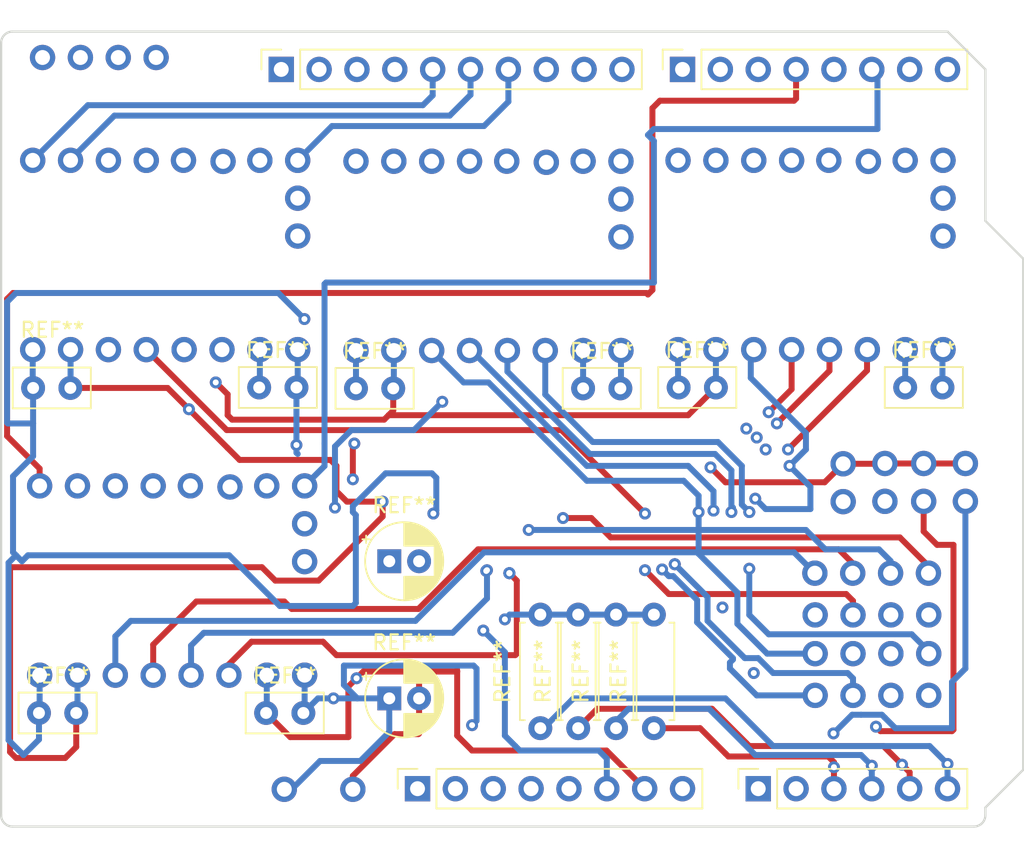
<source format=kicad_pcb>
(kicad_pcb (version 20211014) (generator pcbnew)
  (title_block (date "mar. 31 mars 2015"))
  (layers (0 "F.Cu" signal) (1 "In1.Cu" signal) (2 "In2.Cu" signal) (31 "B.Cu" signal) (34 "B.Paste" user) (35 "F.Paste" user) (36 "B.SilkS" user "B.Silkscreen") (37 "F.SilkS" user "F.Silkscreen") (38 "B.Mask" user) (39 "F.Mask" user) (44 "Edge.Cuts" user))
  (net 0 "")
  (net 1 "GND")
  (net 3 "+5V")
  (net 4 "/IOREF")
  (net 5 "/A0")
  (net 6 "/A1")
  (net 7 "/A2")
  (net 8 "/A3")
  (net 9 "/SDA{slash}A4")
  (net 10 "/SCL{slash}A5")
  (net 11 "/13")
  (net 12 "/12")
  (net 13 "/AREF")
  (net 14 "/8")
  (net 15 "/7")
  (net 16 "/*11")
  (net 17 "/*10")
  (net 18 "/*9")
  (net 19 "/4")
  (net 20 "/2")
  (net 21 "/*6")
  (net 22 "/*5")
  (net 23 "/TX{slash}1")
  (net 24 "/*3")
  (net 25 "/RX{slash}0")
  (net 26 "+3V3")
  (net 27 "VCC")
  (net 28 "/~{RESET}")
  (footprint "Connector_PinSocket_2.54mm:PinSocket_1x08_P2.54mm_Vertical" (layer "F.Cu") (at 127.94 97.46 90)
    (fp_text reference "J1" hide)
    (fp_text value "Power")
  )
  (footprint "Connector_PinSocket_2.54mm:PinSocket_1x06_P2.54mm_Vertical" (layer "F.Cu") (at 150.8 97.46 90)
    (fp_text reference "J3" hide)
    (fp_text value "Analog")
  )
  (footprint "Connector_PinSocket_2.54mm:PinSocket_1x10_P2.54mm_Vertical" (layer "F.Cu") (at 118.796 49.2 90)
    (fp_text reference "J2" hide)
    (fp_text value "Digital/PWM")
  )
  (footprint "Connector_PinSocket_2.54mm:PinSocket_1x08_P2.54mm_Vertical" (layer "F.Cu") (at 145.72 49.2 90)
    (fp_text reference "J4" hide)
    (fp_text value "Digital/PWM")
  )
  (footprint "" (layer "F.Cu") (at 119.9 57.84 180)
    (fp_text reference "")
    (fp_text value "")
  )
  (footprint "" (layer "F.Cu") (at 133.97 68.06 180)
    (fp_text reference "")
    (fp_text value "")
  )
  (footprint "" (layer "F.Cu") (at 156.5 75.66 90)
    (fp_text reference "")
    (fp_text value "")
  )
  (footprint "" (layer "F.Cu") (at 133.925799 55.355827 180)
    (fp_text reference "")
    (fp_text value "")
  )
  (footprint "" (layer "F.Cu") (at 131.43 68.06 180)
    (fp_text reference "")
    (fp_text value "")
  )
  (footprint "" (layer "F.Cu") (at 104.66 68 180)
    (fp_text reference "")
    (fp_text value "")
  )
  (footprint "" (layer "F.Cu") (at 156.5 78.2 90)
    (fp_text reference "")
    (fp_text value "")
  )
  (footprint "" (layer "F.Cu") (at 117.824201 77.144173 180)
    (fp_text reference "")
    (fp_text value "")
  )
  (footprint "" (layer "F.Cu") (at 112.7 77.14 180)
    (fp_text reference "")
    (fp_text value "")
  )
  (footprint "" (layer "F.Cu") (at 158.19171 55.37171 180)
    (fp_text reference "")
    (fp_text value "")
  )
  (footprint "Capacitor_THT:C_Disc_D5.0mm_W2.5mm_P2.50mm" (layer "F.Cu") (at 139.05 70.6)
    (fp_text reference "REF**")
    (fp_text value "C")
  )
  (footprint "" (layer "F.Cu") (at 117.36 68 180)
    (fp_text reference "")
    (fp_text value "")
  )
  (footprint "" (layer "F.Cu") (at 147.96 55.3 180)
    (fp_text reference "")
    (fp_text value "")
  )
  (footprint "" (layer "F.Cu") (at 162.22 83)
    (fp_text reference "")
    (fp_text value "")
  )
  (footprint "" (layer "F.Cu") (at 147.96 68 180)
    (fp_text reference "")
    (fp_text value "")
  )
  (footprint "" (layer "F.Cu") (at 157.16 91.2)
    (fp_text reference "")
    (fp_text value "")
  )
  (footprint "" (layer "F.Cu") (at 105.124201 77.144173 180)
    (fp_text reference "")
    (fp_text value "")
  )
  (footprint "" (layer "F.Cu") (at 120.364201 82.224173 180)
    (fp_text reference "")
    (fp_text value "")
  )
  (footprint "" (layer "F.Cu") (at 139.05 68.06 180)
    (fp_text reference "")
    (fp_text value "")
  )
  (footprint "" (layer "F.Cu") (at 119.9 55.3 180)
    (fp_text reference "")
    (fp_text value "")
  )
  (footprint "" (layer "F.Cu") (at 150.5 68 180)
    (fp_text reference "")
    (fp_text value "")
  )
  (footprint "" (layer "F.Cu") (at 154.62 91.2)
    (fp_text reference "")
    (fp_text value "")
  )
  (footprint "" (layer "F.Cu") (at 157.14 83)
    (fp_text reference "")
    (fp_text value "")
  )
  (footprint "" (layer "F.Cu") (at 145.42 68 180)
    (fp_text reference "")
    (fp_text value "")
  )
  (footprint "" (layer "F.Cu") (at 163.2 68 180)
    (fp_text reference "")
    (fp_text value "")
  )
  (footprint "" (layer "F.Cu") (at 159.68 83)
    (fp_text reference "")
    (fp_text value "")
  )
  (footprint "" (layer "F.Cu") (at 150.5 55.3 180)
    (fp_text reference "")
    (fp_text value "")
  )
  (footprint "" (layer "F.Cu") (at 163.2 60.38 180)
    (fp_text reference "")
    (fp_text value "")
  )
  (footprint "" (layer "F.Cu") (at 123.81 55.36 180)
    (fp_text reference "")
    (fp_text value "")
  )
  (footprint "" (layer "F.Cu") (at 119.9 60.38 180)
    (fp_text reference "")
    (fp_text value "")
  )
  (footprint "Capacitor_THT:C_Disc_D5.0mm_W2.5mm_P2.50mm" (layer "F.Cu") (at 160.66 70.54)
    (fp_text reference "REF**")
    (fp_text value "C")
  )
  (footprint "Resistor_THT:R_Axial_DIN0207_L6.3mm_D2.5mm_P7.62mm_Horizontal" (layer "F.Cu") (at 143.8 93.4 90)
    (fp_text reference "REF**")
    (fp_text value "R 10K")
  )
  (footprint "" (layer "F.Cu") (at 126.35 68.06 180)
    (fp_text reference "")
    (fp_text value "")
  )
  (footprint "" (layer "F.Cu") (at 115.355911 77.215883 180)
    (fp_text reference "")
    (fp_text value "")
  )
  (footprint "" (layer "F.Cu") (at 109.74 55.3 180)
    (fp_text reference "")
    (fp_text value "")
  )
  (footprint "" (layer "F.Cu") (at 114.89171 55.37171 180)
    (fp_text reference "")
    (fp_text value "")
  )
  (footprint "" (layer "F.Cu") (at 141.59 68.06 180)
    (fp_text reference "")
    (fp_text value "")
  )
  (footprint "" (layer "F.Cu") (at 102.584201 77.144173 180)
    (fp_text reference "")
    (fp_text value "")
  )
  (footprint "" (layer "F.Cu") (at 164.7 78.18 90)
    (fp_text reference "")
    (fp_text value "")
  )
  (footprint "" (layer "F.Cu") (at 161.9 78.18 90)
    (fp_text reference "")
    (fp_text value "")
  )
  (footprint "" (layer "F.Cu") (at 157.16 88.4)
    (fp_text reference "")
    (fp_text value "")
  )
  (footprint "" (layer "F.Cu") (at 107.86 48.4)
    (fp_text reference "")
    (fp_text value "")
  )
  (footprint "" (layer "F.Cu") (at 159.7 91.2)
    (fp_text reference "")
    (fp_text value "")
  )
  (footprint "" (layer "F.Cu") (at 128.89 68.06 180)
    (fp_text reference "")
    (fp_text value "")
  )
  (footprint "" (layer "F.Cu") (at 102.584201 89.844173 180)
    (fp_text reference "")
    (fp_text value "")
  )
  (footprint "" (layer "F.Cu") (at 160.66 68 180)
    (fp_text reference "")
    (fp_text value "")
  )
  (footprint "" (layer "F.Cu") (at 131.43 55.36 180)
    (fp_text reference "")
    (fp_text value "")
  )
  (footprint "Resistor_THT:R_Axial_DIN0207_L6.3mm_D2.5mm_P7.62mm_Horizontal" (layer "F.Cu") (at 136.18 93.4 90)
    (fp_text reference "REF**")
    (fp_text value "R 10K")
  )
  (footprint "" (layer "F.Cu") (at 105.124201 89.844173 180)
    (fp_text reference "")
    (fp_text value "")
  )
  (footprint "" (layer "F.Cu") (at 157.16 85.8)
    (fp_text reference "")
    (fp_text value "")
  )
  (footprint "" (layer "F.Cu") (at 153.04 68 180)
    (fp_text reference "")
    (fp_text value "")
  )
  (footprint "" (layer "F.Cu") (at 141.59 55.36 180)
    (fp_text reference "")
    (fp_text value "")
  )
  (footprint "Arduino_MountingHole:MountingHole_3.2mm" (layer "F.Cu") (at 115.24 49.2)
    (fp_text reference "MH1" hide)
    (fp_text value "MountingHole_3.2mm" hide)
  )
  (footprint "" (layer "F.Cu") (at 119.9 68 180)
    (fp_text reference "")
    (fp_text value "")
  )
  (footprint "" (layer "F.Cu") (at 117.824201 89.844173 180)
    (fp_text reference "")
    (fp_text value "")
  )
  (footprint "Capacitor_THT:CP_Radial_D5.0mm_P2.00mm" (layer "F.Cu") (at 126.044888 91.4)
    (fp_text reference "REF**")
    (fp_text value "CP")
  )
  (footprint "" (layer "F.Cu") (at 104.66 55.3 180)
    (fp_text reference "")
    (fp_text value "")
  )
  (footprint "Resistor_THT:R_Axial_DIN0207_L6.3mm_D2.5mm_P7.62mm_Horizontal" (layer "F.Cu") (at 138.72 93.4 90)
    (fp_text reference "REF**")
    (fp_text value "R 10K")
  )
  (footprint "" (layer "F.Cu") (at 161.9 75.64 90)
    (fp_text reference "")
    (fp_text value "")
  )
  (footprint "" (layer "F.Cu") (at 102.12 55.3 180)
    (fp_text reference "")
    (fp_text value "")
  )
  (footprint "" (layer "F.Cu") (at 163.2 57.84 180)
    (fp_text reference "")
    (fp_text value "")
  )
  (footprint "" (layer "F.Cu") (at 154.62 85.8)
    (fp_text reference "")
    (fp_text value "")
  )
  (footprint "" (layer "F.Cu") (at 162.24 88.4)
    (fp_text reference "")
    (fp_text value "")
  )
  (footprint "" (layer "F.Cu") (at 136.58171 55.43171 180)
    (fp_text reference "")
    (fp_text value "")
  )
  (footprint "" (layer "F.Cu") (at 155.58 68 180)
    (fp_text reference "")
    (fp_text value "")
  )
  (footprint "" (layer "F.Cu") (at 164.7 75.64 90)
    (fp_text reference "")
    (fp_text value "")
  )
  (footprint "" (layer "F.Cu") (at 141.59 60.44 180)
    (fp_text reference "")
    (fp_text value "")
  )
  (footprint "Resistor_THT:R_Axial_DIN0207_L6.3mm_D2.5mm_P7.62mm_Horizontal" (layer "F.Cu") (at 141.26 93.4 90)
    (fp_text reference "REF**")
    (fp_text value "R 10K")
  )
  (footprint "" (layer "F.Cu") (at 109.74 68 180)
    (fp_text reference "")
    (fp_text value "")
  )
  (footprint "" (layer "F.Cu") (at 136.51 68.06 180)
    (fp_text reference "")
    (fp_text value "")
  )
  (footprint "" (layer "F.Cu") (at 159.7 85.8)
    (fp_text reference "")
    (fp_text value "")
  )
  (footprint "" (layer "F.Cu") (at 154.62 88.4)
    (fp_text reference "")
    (fp_text value "")
  )
  (footprint "" (layer "F.Cu") (at 160.66 55.3 180)
    (fp_text reference "")
    (fp_text value "")
  )
  (footprint "" (layer "F.Cu") (at 114.82 68 180)
    (fp_text reference "")
    (fp_text value "")
  )
  (footprint "" (layer "F.Cu") (at 123.81 68.06 180)
    (fp_text reference "")
    (fp_text value "")
  )
  (footprint "" (layer "F.Cu") (at 120.364201 89.844173 180)
    (fp_text reference "")
    (fp_text value "")
  )
  (footprint "" (layer "F.Cu") (at 107.664201 89.844173 180)
    (fp_text reference "")
    (fp_text value "")
  )
  (footprint "" (layer "F.Cu") (at 128.89 55.36 180)
    (fp_text reference "")
    (fp_text value "")
  )
  (footprint "" (layer "F.Cu") (at 117.36 55.3 180)
    (fp_text reference "")
    (fp_text value "")
  )
  (footprint "" (layer "F.Cu") (at 155.535799 55.295827 180)
    (fp_text reference "")
    (fp_text value "")
  )
  (footprint "" (layer "F.Cu") (at 163.2 55.3 180)
    (fp_text reference "")
    (fp_text value "")
  )
  (footprint "" (layer "F.Cu") (at 159.7 88.4)
    (fp_text reference "")
    (fp_text value "")
  )
  (footprint "Capacitor_THT:C_Disc_D5.0mm_W2.5mm_P2.50mm" (layer "F.Cu") (at 145.46 70.54)
    (fp_text reference "REF**")
    (fp_text value "C")
  )
  (footprint "" (layer "F.Cu") (at 123.6 97.5)
    (fp_text reference "")
    (fp_text value "")
  )
  (footprint "" (layer "F.Cu") (at 115.284201 89.844173 180)
    (fp_text reference "")
    (fp_text value "")
  )
  (footprint "" (layer "F.Cu") (at 126.35 55.36 180)
    (fp_text reference "")
    (fp_text value "")
  )
  (footprint "Capacitor_THT:CP_Radial_D5.0mm_P2.00mm" (layer "F.Cu") (at 126.044888 82.2)
    (fp_text reference "REF**")
    (fp_text value "CP")
  )
  (footprint "" (layer "F.Cu") (at 112.28 68 180)
    (fp_text reference "")
    (fp_text value "")
  )
  (footprint "" (layer "F.Cu") (at 159.3 75.64 90)
    (fp_text reference "")
    (fp_text value "")
  )
  (footprint "Capacitor_THT:C_Disc_D5.0mm_W2.5mm_P2.50mm" (layer "F.Cu") (at 123.81 70.6)
    (fp_text reference "REF**")
    (fp_text value "C")
  )
  (footprint "" (layer "F.Cu") (at 107.2 55.3 180)
    (fp_text reference "")
    (fp_text value "")
  )
  (footprint "" (layer "F.Cu") (at 110.204201 77.144173 180)
    (fp_text reference "")
    (fp_text value "")
  )
  (footprint "" (layer "F.Cu") (at 153.04 55.3 180)
    (fp_text reference "")
    (fp_text value "")
  )
  (footprint "" (layer "F.Cu") (at 119 97.5)
    (fp_text reference "")
    (fp_text value "")
  )
  (footprint "" (layer "F.Cu") (at 102.12 68 180)
    (fp_text reference "")
    (fp_text value "")
  )
  (footprint "" (layer "F.Cu") (at 110.204201 89.844173 180)
    (fp_text reference "")
    (fp_text value "")
  )
  (footprint "Capacitor_THT:C_Disc_D5.0mm_W2.5mm_P2.50mm" (layer "F.Cu") (at 102.54 92.38)
    (fp_text reference "REF**")
    (fp_text value "C")
  )
  (footprint "" (layer "F.Cu") (at 162.24 85.8)
    (fp_text reference "")
    (fp_text value "")
  )
  (footprint "" (layer "F.Cu") (at 112.744201 89.844173 180)
    (fp_text reference "")
    (fp_text value "")
  )
  (footprint "" (layer "F.Cu") (at 107.2 68 180)
    (fp_text reference "")
    (fp_text value "")
  )
  (footprint "" (layer "F.Cu") (at 141.59 57.9 180)
    (fp_text reference "")
    (fp_text value "")
  )
  (footprint "" (layer "F.Cu") (at 162.24 91.2)
    (fp_text reference "")
    (fp_text value "")
  )
  (footprint "" (layer "F.Cu") (at 145.42 55.3 180)
    (fp_text reference "")
    (fp_text value "")
  )
  (footprint "" (layer "F.Cu") (at 120.364201 79.684173 180)
    (fp_text reference "")
    (fp_text value "")
  )
  (footprint "" (layer "F.Cu") (at 158.12 68 180)
    (fp_text reference "")
    (fp_text value "")
  )
  (footprint "Capacitor_THT:C_Disc_D5.0mm_W2.5mm_P2.50mm" (layer "F.Cu") (at 117.78 92.38)
    (fp_text reference "REF**")
    (fp_text value "C")
  )
  (footprint "Capacitor_THT:C_Disc_D5.0mm_W2.5mm_P2.50mm" (layer "F.Cu") (at 102.146709 70.57171)
    (fp_text reference "REF**")
    (fp_text value "C")
  )
  (footprint "" (layer "F.Cu") (at 110.4 48.4)
    (fp_text reference "")
    (fp_text value "")
  )
  (footprint "Arduino_MountingHole:MountingHole_3.2mm" (layer "F.Cu") (at 113.97 97.46)
    (fp_text reference "MH2" hide)
    (fp_text value "MountingHole_3.2mm" hide)
  )
  (footprint "Arduino_MountingHole:MountingHole_3.2mm" (layer "F.Cu") (at 166.04 64.44)
    (fp_text reference "MH3" hide)
    (fp_text value "MountingHole_3.2mm" hide)
  )
  (footprint "Arduino_MountingHole:MountingHole_3.2mm" (layer "F.Cu") (at 166.04 92.38)
    (fp_text reference "MH4" hide)
    (fp_text value "MountingHole_3.2mm" hide)
  )
  (footprint "" (layer "F.Cu") (at 112.235799 55.295827 180)
    (fp_text reference "")
    (fp_text value "")
  )
  (footprint "" (layer "F.Cu") (at 154.6 83)
    (fp_text reference "")
    (fp_text value "")
  )
  (footprint "" (layer "F.Cu") (at 102.78 48.4)
    (fp_text reference "")
    (fp_text value "")
  )
  (footprint "" (layer "F.Cu") (at 120.364201 77.144173 180)
    (fp_text reference "")
    (fp_text value "")
  )
  (footprint "" (layer "F.Cu") (at 105.32 48.4)
    (fp_text reference "")
    (fp_text value "")
  )
  (footprint "" (layer "F.Cu") (at 159.3 78.18 90)
    (fp_text reference "")
    (fp_text value "")
  )
  (footprint "" (layer "F.Cu") (at 139.05 55.36 180)
    (fp_text reference "")
    (fp_text value "")
  )
  (footprint "" (layer "F.Cu") (at 107.664201 77.144173 180)
    (fp_text reference "")
    (fp_text value "")
  )
  (footprint "Capacitor_THT:C_Disc_D5.0mm_W2.5mm_P2.50mm" (layer "F.Cu") (at 117.315799 70.54)
    (fp_text reference "REF**")
    (fp_text value "C")
  )
  (gr_line (start 166.04 59.36) (end 168.58 61.9) (layer "Edge.Cuts") (width 0.15))
  (gr_line (start 100 99.238) (end 100 47.422) (layer "Edge.Cuts") (width 0.15))
  (gr_line (start 168.58 61.9) (end 168.58 96.19) (layer "Edge.Cuts") (width 0.15))
  (gr_line (start 165.278 100) (end 100.762 100) (layer "Edge.Cuts") (width 0.15))
  (gr_line (start 100.762 46.66) (end 163.5 46.66) (layer "Edge.Cuts") (width 0.15))
  (gr_arc (start 100.762 100) (mid 100.223185 99.776815) (end 100 99.238) (layer "Edge.Cuts") (width 0.15))
  (gr_line (start 168.58 96.19) (end 166.04 98.73) (layer "Edge.Cuts") (width 0.15))
  (gr_line (start 163.5 46.66) (end 166.04 49.2) (layer "Edge.Cuts") (width 0.15))
  (gr_arc (start 166.04 99.238) (mid 165.816815 99.776815) (end 165.278 100) (layer "Edge.Cuts") (width 0.15))
  (gr_line (start 166.04 49.2) (end 166.04 59.36) (layer "Edge.Cuts") (width 0.15))
  (gr_line (start 166.04 98.73) (end 166.04 99.238) (layer "Edge.Cuts") (width 0.15))
  (gr_arc (start 100 47.422) (mid 100.223185 46.883185) (end 100.762 46.66) (layer "Edge.Cuts") (width 0.15))
  (segment (start 113.1 84.9) (end 119 84.9) (width 0.4) (layer "F.Cu") (net 0))
  (segment (start 116.8 87.6) (end 121.6 87.6) (width 0.4) (layer "F.Cu") (net 0))
  (segment (start 162.22 82.52) (end 162.22 83) (width 0.4) (layer "F.Cu") (net 0))
  (segment (start 132 81.4) (end 156.2 81.4) (width 0.4) (layer "F.Cu") (net 0))
  (segment (start 144.8 84.4) (end 156.7 84.4) (width 0.4) (layer "F.Cu") (net 0))
  (segment (start 156.7 84.4) (end 157.16 84.86) (width 0.4) (layer "F.Cu") (net 0))
  (segment (start 134.6 83.5) (end 134.1 83) (width 0.4) (layer "F.Cu") (net 0))
  (segment (start 158.1 68.02) (end 158.1 69.4) (width 0.4) (layer "F.Cu") (net 0))
  (segment (start 139.6 79.3) (end 140.9 80.6) (width 0.4) (layer "F.Cu") (net 0))
  (segment (start 157.14 82.34) (end 157.14 83) (width 0.4) (layer "F.Cu") (net 0))
  (segment (start 155.58 68) (end 155.58 69.42) (width 0.4) (layer "F.Cu") (net 0))
  (segment (start 157.16 84.86) (end 157.16 85.8) (width 0.4) (layer "F.Cu") (net 0))
  (segment (start 115.284201 89.115799) (end 116.8 87.6) (width 0.4) (layer "F.Cu") (net 0))
  (segment (start 134.5 88.5) (end 134.6 88.4) (width 0.4) (layer "F.Cu") (net 0))
  (segment (start 140.9 80.6) (end 160.3 80.6) (width 0.4) (layer "F.Cu") (net 0))
  (segment (start 158.1 69.4) (end 152.8 74.7) (width 0.4) (layer "F.Cu") (net 0))
  (segment (start 135.7 73.4) (end 137.6 73.4) (width 0.4) (layer "F.Cu") (net 0))
  (segment (start 137.7 79.3) (end 139.6 79.3) (width 0.4) (layer "F.Cu") (net 0))
  (segment (start 143.2 82.8) (end 144.8 84.4) (width 0.4) (layer "F.Cu") (net 0))
  (segment (start 110.204201 89.844173) (end 110.204201 87.795799) (width 0.4) (layer "F.Cu") (net 0))
  (segment (start 122.5 88.5) (end 134.5 88.5) (width 0.4) (layer "F.Cu") (net 0))
  (segment (start 153.04 68) (end 153.04 70.66) (width 0.4) (layer "F.Cu") (net 0))
  (segment (start 152.05 72.95) (end 152 73) (width 0.4) (layer "F.Cu") (net 0))
  (segment (start 137.6 73.4) (end 143.2 79) (width 0.4) (layer "F.Cu") (net 0))
  (segment (start 110.204201 87.795799) (end 113.1 84.9) (width 0.4) (layer "F.Cu") (net 0))
  (segment (start 153.04 70.66) (end 151.5 72.2) (width 0.4) (layer "F.Cu") (net 0))
  (segment (start 115.284201 89.844173) (end 115.284201 89.115799) (width 0.4) (layer "F.Cu") (net 0))
  (segment (start 155.5 69.5) (end 152.05 72.95) (width 0.4) (layer "F.Cu") (net 0))
  (segment (start 128 85.4) (end 132 81.4) (width 0.4) (layer "F.Cu") (net 0))
  (segment (start 115.14 73.4) (end 135.7 73.4) (width 0.4) (layer "F.Cu") (net 0))
  (segment (start 121.6 87.6) (end 122.5 88.5) (width 0.4) (layer "F.Cu") (net 0))
  (segment (start 134.6 88.4) (end 134.6 83.5) (width 0.4) (layer "F.Cu") (net 0))
  (segment (start 119 84.9) (end 119.5 85.4) (width 0.4) (layer "F.Cu") (net 0))
  (segment (start 109.74 68) (end 114.74 73) (width 0.4) (layer "F.Cu") (net 0))
  (segment (start 114.74 73) (end 115.14 73.4) (width 0.4) (layer "F.Cu") (net 0))
  (segment (start 119.5 85.4) (end 128 85.4) (width 0.4) (layer "F.Cu") (net 0))
  (segment (start 158.12 68) (end 158.1 68.02) (width 0.4) (layer "F.Cu") (net 0))
  (segment (start 160.3 80.6) (end 162.22 82.52) (width 0.4) (layer "F.Cu") (net 0))
  (segment (start 155.58 69.42) (end 155.5 69.5) (width 0.4) (layer "F.Cu") (net 0))
  (segment (start 156.2 81.4) (end 157.14 82.34) (width 0.4) (layer "F.Cu") (net 0))
  (via (at 152.8 74.7) (size 0.8) (drill 0.4) (layers "F.Cu" "B.Cu") (net 0))
  (via (at 137.7 79.3) (size 0.8) (drill 0.4) (layers "F.Cu" "B.Cu") (net 0))
  (via (at 150.2 78.9) (size 0.8) (drill 0.4) (layers "F.Cu" "B.Cu") (net 0))
  (via (at 135.4 80.1) (size 0.8) (drill 0.4) (layers "F.Cu" "B.Cu") (net 0))
  (via (at 150.2 78.9) (size 0.8) (drill 0.4) (layers "F.Cu" "B.Cu") (net 0))
  (via (at 158.7 93.3) (size 0.8) (drill 0.4) (layers "F.Cu" "B.Cu") (net 0))
  (via (at 131.6 93.2) (size 0.8) (drill 0.4) (layers "F.Cu" "B.Cu") (net 0))
  (via (at 132.55 82.85) (size 0.8) (drill 0.4) (layers "F.Cu" "B.Cu") (net 0))
  (via (at 134.1 83) (size 0.8) (drill 0.4) (layers "F.Cu" "B.Cu") (net 0))
  (via (at 148.4 85.3) (size 0.8) (drill 0.4) (layers "F.Cu" "B.Cu") (net 0))
  (via (at 151.3 74.7) (size 0.8) (drill 0.4) (layers "F.Cu" "B.Cu") (net 0))
  (via (at 134.1 83) (size 0.8) (drill 0.4) (layers "F.Cu" "B.Cu") (net 0))
  (via (at 150.6 78) (size 0.8) (drill 0.4) (layers "F.Cu" "B.Cu") (net 0))
  (via (at 149 78.9) (size 0.8) (drill 0.4) (layers "F.Cu" "B.Cu") (net 0))
  (via (at 134.1 83) (size 0.8) (drill 0.4) (layers "F.Cu" "B.Cu") (net 0))
  (via (at 132.6 82.8) (size 0.8) (drill 0.4) (layers "F.Cu" "B.Cu") (net 0))
  (via (at 150.7 73.9) (size 0.8) (drill 0.4) (layers "F.Cu" "B.Cu") (net 0))
  (via (at 147.8 78.8) (size 0.8) (drill 0.4) (layers "F.Cu" "B.Cu") (net 0))
  (via (at 145.2 82.4) (size 0.8) (drill 0.4) (layers "F.Cu" "B.Cu") (net 0))
  (via (at 150.2 82.7) (size 0.8) (drill 0.4) (layers "F.Cu" "B.Cu") (net 0))
  (via (at 143.2 79) (size 0.8) (drill 0.4) (layers "F.Cu" "B.Cu") (net 0))
  (via (at 144.35 82.75) (size 0.8) (drill 0.4) (layers "F.Cu" "B.Cu") (net 0))
  (via (at 150 73.3) (size 0.8) (drill 0.4) (layers "F.Cu" "B.Cu") (net 0))
  (via (at 152.9 75.8) (size 0.8) (drill 0.4) (layers "F.Cu" "B.Cu") (net 0))
  (via (at 134.1 83) (size 0.8) (drill 0.4) (layers "F.Cu" "B.Cu") (net 0))
  (via (at 150.5 89.7) (size 0.8) (drill 0.4) (layers "F.Cu" "B.Cu") (net 0))
  (via (at 143.2 82.8) (size 0.8) (drill 0.4) (layers "F.Cu" "B.Cu") (net 0))
  (via (at 151.5 72.2) (size 0.8) (drill 0.4) (layers "F.Cu" "B.Cu") (net 0))
  (via (at 123.7 74.3) (size 0.8) (drill 0.4) (layers "F.Cu" "B.Cu") (net 0))
  (via (at 152.05 72.95) (size 0.8) (drill 0.4) (layers "F.Cu" "B.Cu") (net 0))
  (via (at 146.8 78.9) (size 0.8) (drill 0.4) (layers "F.Cu" "B.Cu") (net 0))
  (via (at 145.2 82.4) (size 0.8) (drill 0.4) (layers "F.Cu" "B.Cu") (net 0))
  (via (at 147.8 78.8) (size 0.8) (drill 0.4) (layers "F.Cu" "B.Cu") (net 0))
  (via (at 114.4 70.2) (size 0.8) (drill 0.4) (layers "F.Cu" "B.Cu") (net 0))
  (segment (start 148.9 89) (end 149.1 88.8) (width 0.4) (layer "B.Cu") (net 0))
  (segment (start 131.56 68.06) (end 139.3 75.8) (width 0.4) (layer "B.Cu") (net 0))
  (segment (start 145.2 82.4) (end 147.4 84.6) (width 0.4) (layer "B.Cu") (net 0))
  (segment (start 131.03 70.2) (end 132.7 70.2) (width 0.4) (layer "B.Cu") (net 0))
  (segment (start 154.3 77.2) (end 152.9 75.8) (width 0.4) (layer "B.Cu") (net 0))
  (segment (start 150.2 82.7) (end 150.2 85.8) (width 0.4) (layer "B.Cu") (net 0))
  (segment (start 132.6 84.7) (end 132.6 82.8) (width 0.4) (layer "B.Cu") (net 0))
  (segment (start 157.16 90.06) (end 157.16 91.2) (width 0.4) (layer "B.Cu") (net 0))
  (segment (start 139.7 74.2) (end 148.1 74.2) (width 0.4) (layer "B.Cu") (net 0))
  (segment (start 149 78.7) (end 149 78.9) (width 0.4) (layer "B.Cu") (net 0))
  (segment (start 161.1 87.1) (end 162.24 88.24) (width 0.4) (layer "B.Cu") (net 0))
  (segment (start 146.8 78.9) (end 146.8 81.7) (width 0.4) (layer "B.Cu") (net 0))
  (segment (start 146.8 81.7) (end 149.4 84.3) (width 0.4) (layer "B.Cu") (net 0))
  (segment (start 107.664201 89.844173) (end 107.664201 87.235799) (width 0.4) (layer "B.Cu") (net 0))
  (segment (start 162.24 88.24) (end 162.24 88.4) (width 0.4) (layer "B.Cu") (net 0))
  (segment (start 149.1 78.6) (end 149 78.7) (width 0.4) (layer "B.Cu") (net 0))
  (segment (start 139.5 75) (end 147.9 75) (width 0.4) (layer "B.Cu") (net 0))
  (segment (start 150.3 69.9) (end 150.3 68.2) (width 0.4) (layer "B.Cu") (net 0))
  (segment (start 147.8 77.5) (end 147.8 78.8) (width 0.4) (layer "B.Cu") (net 0))
  (segment (start 147.4 86.2) (end 149.9 88.7) (width 0.4) (layer "B.Cu") (net 0))
  (segment (start 150.7 91.2) (end 148.9 89.4) (width 0.4) (layer "B.Cu") (net 0))
  (segment (start 146.8 77.8) (end 146.8 78.9) (width 0.4) (layer "B.Cu") (net 0))
  (segment (start 113.6 87) (end 130.3 87) (width 0.4) (layer "B.Cu") (net 0))
  (segment (start 150.6 78) (end 151.3 78.7) (width 0.4) (layer "B.Cu") (net 0))
  (segment (start 133.97 68.06) (end 133.97 69.47) (width 0.4) (layer "B.Cu") (net 0))
  (segment (start 146.1 75.8) (end 147.8 77.5) (width 0.4) (layer "B.Cu") (net 0))
  (segment (start 159.68 82.18) (end 159.68 83) (width 0.4) (layer "B.Cu") (net 0))
  (segment (start 150.8 88.7) (end 151.8 89.7) (width 0.4) (layer "B.Cu") (net 0))
  (segment (start 150.3 68.2) (end 150.5 68) (width 0.4) (layer "B.Cu") (net 0))
  (segment (start 148.1 74.2) (end 149.7 75.8) (width 0.4) (layer "B.Cu") (net 0))
  (segment (start 149.4 86.4) (end 151.4 88.4) (width 0.4) (layer "B.Cu") (net 0))
  (segment (start 112.744201 87.855799) (end 113.6 87) (width 0.4) (layer "B.Cu") (net 0))
  (segment (start 130.3 87) (end 132.6 84.7) (width 0.4) (layer "B.Cu") (net 0))
  (segment (start 149.4 84.3) (end 149.4 86.4) (width 0.4) (layer "B.Cu") (net 0))
  (segment (start 149.1 88.8) (end 149.1 88.7) (width 0.4) (layer "B.Cu") (net 0))
  (segment (start 145.1 83.2) (end 144.8 83.2) (width 0.4) (layer "B.Cu") (net 0))
  (segment (start 147.4 84.6) (end 147.4 86.2) (width 0.4) (layer "B.Cu") (net 0))
  (segment (start 135.4 80.1) (end 154 80.1) (width 0.4) (layer "B.Cu") (net 0))
  (segment (start 147.9 75) (end 149 76.1) (width 0.4) (layer "B.Cu") (net 0))
  (segment (start 151.3 78.7) (end 154.3 78.7) (width 0.4) (layer "B.Cu") (net 0))
  (segment (start 107.664201 87.235799) (end 108.7 86.2) (width 0.4) (layer "B.Cu") (net 0))
  (segment (start 154.3 78.7) (end 154.3 77.2) (width 0.4) (layer "B.Cu") (net 0))
  (segment (start 149 78.5) (end 149.1 78.6) (width 0.4) (layer "B.Cu") (net 0))
  (segment (start 139.3 76.8) (end 145.8 76.8) (width 0.4) (layer "B.Cu") (net 0))
  (segment (start 151.5 87.1) (end 161.1 87.1) (width 0.4) (layer "B.Cu") (net 0))
  (segment (start 154.62 91.2) (end 150.7 91.2) (width 0.4) (layer "B.Cu") (net 0))
  (segment (start 146.7 86.3) (end 146.7 84.8) (width 0.4) (layer "B.Cu") (net 0))
  (segment (start 148.9 89.4) (end 148.9 89) (width 0.4) (layer "B.Cu") (net 0))
  (segment (start 149.1 88.7) (end 146.7 86.3) (width 0.4) (layer "B.Cu") (net 0))
  (segment (start 155.3 81.4) (end 158.9 81.4) (width 0.4) (layer "B.Cu") (net 0))
  (segment (start 154 73.6) (end 150.3 69.9) (width 0.4) (layer "B.Cu") (net 0))
  (segment (start 150.2 85.8) (end 151.5 87.1) (width 0.4) (layer "B.Cu") (net 0))
  (segment (start 152.9 75.8) (end 154 74.7) (width 0.4) (layer "B.Cu") (net 0))
  (segment (start 128.89 68.06) (end 131.03 70.2) (width 0.4) (layer "B.Cu") (net 0))
  (segment (start 151.4 88.4) (end 154.62 88.4) (width 0.4) (layer "B.Cu") (net 0))
  (segment (start 133.97 69.47) (end 139.5 75) (width 0.4) (layer "B.Cu") (net 0))
  (segment (start 153.2 81.6) (end 154.6 83) (width 0.4) (layer "B.Cu") (net 0))
  (segment (start 139.3 75.8) (end 146.1 75.8) (width 0.4) (layer "B.Cu") (net 0))
  (segment (start 131.43 68.06) (end 131.56 68.06) (width 0.4) (layer "B.Cu") (net 0))
  (segment (start 149.9 88.7) (end 150.8 88.7) (width 0.4) (layer "B.Cu") (net 0))
  (segment (start 158.9 81.4) (end 159.68 82.18) (width 0.4) (layer "B.Cu") (net 0))
  (segment (start 149.7 75.8) (end 149.7 78.4) (width 0.4) (layer "B.Cu") (net 0))
  (segment (start 136.51 71.01) (end 139.7 74.2) (width 0.4) (layer "B.Cu") (net 0))
  (segment (start 154 74.7) (end 154 73.6) (width 0.4) (layer "B.Cu") (net 0))
  (segment (start 108.7 86.2) (end 127.8 86.2) (width 0.4) (layer "B.Cu") (net 0))
  (segment (start 154 80.1) (end 155.3 81.4) (width 0.4) (layer "B.Cu") (net 0))
  (segment (start 132.7 70.2) (end 139.3 76.8) (width 0.4) (layer "B.Cu") (net 0))
  (segment (start 145.8 76.8) (end 146.8 77.8) (width 0.4) (layer "B.Cu") (net 0))
  (segment (start 132.4 81.6) (end 153.2 81.6) (width 0.4) (layer "B.Cu") (net 0))
  (segment (start 127.8 86.2) (end 132.4 81.6) (width 0.4) (layer "B.Cu") (net 0))
  (segment (start 149 76.1) (end 149 78.5) (width 0.4) (layer "B.Cu") (net 0))
  (segment (start 144.8 83.2) (end 144.35 82.75) (width 0.4) (layer "B.Cu") (net 0))
  (segment (start 136.51 68.06) (end 136.51 71.01) (width 0.4) (layer "B.Cu") (net 0))
  (segment (start 112.744201 89.844173) (end 112.744201 87.855799) (width 0.4) (layer "B.Cu") (net 0))
  (segment (start 132.55 82.85) (end 132.6 82.8) (width 0.4) (layer "B.Cu") (net 0))
  (segment (start 156.8 89.7) (end 157.16 90.06) (width 0.4) (layer "B.Cu") (net 0))
  (segment (start 151.8 89.7) (end 156.8 89.7) (width 0.4) (layer "B.Cu") (net 0))
  (segment (start 149.7 78.4) (end 150.2 78.9) (width 0.4) (layer "B.Cu") (net 0))
  (segment (start 146.7 84.8) (end 145.1 83.2) (width 0.4) (layer "B.Cu") (net 0))
  (segment (start 130.6 89.6) (end 128.589776 89.6) (width 0.4) (layer "F.Cu") (net 1))
  (segment (start 123.6 97.5) (end 123.6 96.6) (width 0.4) (layer "F.Cu") (net 1))
  (segment (start 123.3 90.6) (end 123.3 94) (width 0.4) (layer "F.Cu") (net 1))
  (segment (start 130.6 89.6) (end 130.6 89.5) (width 0.4) (layer "F.Cu") (net 1))
  (segment (start 128.589776 89.6) (end 128.044888 90.144888) (width 0.4) (layer "F.Cu") (net 1))
  (segment (start 131.6 94.9) (end 130.6 93.9) (width 0.4) (layer "F.Cu") (net 1))
  (segment (start 123.6 96.6) (end 126.4 93.8) (width 0.4) (layer "F.Cu") (net 1))
  (segment (start 127.5 89.6) (end 124.3 89.6) (width 0.4) (layer "F.Cu") (net 1))
  (segment (start 124.3 89.6) (end 123.85 90.05) (width 0.4) (layer "F.Cu") (net 1))
  (segment (start 119.4 94) (end 117.78 92.38) (width 0.4) (layer "F.Cu") (net 1))
  (segment (start 128.044888 91.4) (end 128.044888 90.144888) (width 0.4) (layer "F.Cu") (net 1))
  (segment (start 123.6 74.4) (end 123.7 74.3) (width 0.4) (layer "F.Cu") (net 1))
  (segment (start 123.85 90.05) (end 123.3 90.6) (width 0.4) (layer "F.Cu") (net 1))
  (segment (start 123.3 94) (end 119.4 94) (width 0.4) (layer "F.Cu") (net 1))
  (segment (start 123.6 76.7) (end 123.6 74.4) (width 0.4) (layer "F.Cu") (net 1))
  (segment (start 143.18 97.46) (end 140.62 94.9) (width 0.4) (layer "F.Cu") (net 1))
  (segment (start 130.6 93.9) (end 130.6 89.6) (width 0.4) (layer "F.Cu") (net 1))
  (segment (start 128.044888 93.755112) (end 128.044888 91.4) (width 0.4) (layer "F.Cu") (net 1))
  (segment (start 140.62 94.9) (end 131.6 94.9) (width 0.4) (layer "F.Cu") (net 1))
  (segment (start 128.044888 90.144888) (end 127.5 89.6) (width 0.4) (layer "F.Cu") (net 1))
  (segment (start 128 93.8) (end 128.044888 93.755112) (width 0.4) (layer "F.Cu") (net 1))
  (segment (start 126.4 93.8) (end 128 93.8) (width 0.4) (layer "F.Cu") (net 1))
  (via (at 120.35 65.95) (size 0.8) (drill 0.4) (layers "F.Cu" "B.Cu") (net 1))
  (via (at 123.85 90.05) (size 0.8) (drill 0.4) (layers "F.Cu" "B.Cu") (net 1))
  (via (at 132.35 86.85) (size 0.8) (drill 0.4) (layers "F.Cu" "B.Cu") (net 1))
  (via (at 129 79) (size 0.8) (drill 0.4) (layers "F.Cu" "B.Cu") (net 1))
  (via (at 123.6 76.7) (size 0.8) (drill 0.4) (layers "F.Cu" "B.Cu") (net 1))
  (via (at 133.8 86.1) (size 0.8) (drill 0.4) (layers "F.Cu" "B.Cu") (net 1))
  (segment (start 140.1 94.9) (end 140.64 95.44) (width 0.4) (layer "B.Cu") (net 1))
  (segment (start 101.8 81.8) (end 115.3 81.8) (width 0.4) (layer "B.Cu") (net 1))
  (segment (start 115.3 81.8) (end 118.7 85.2) (width 0.4) (layer "B.Cu") (net 1))
  (segment (start 134.5 94.6) (end 134.8 94.9) (width 0.4) (layer "B.Cu") (net 1))
  (segment (start 128.9 76.3) (end 129.2 76.6) (width 0.4) (layer "B.Cu") (net 1))
  (segment (start 117.824201 89.844173) (end 117.824201 92.335799) (width 0.4) (layer "B.Cu") (net 1))
  (segment (start 134.8 94.9) (end 140.1 94.9) (width 0.4) (layer "B.Cu") (net 1))
  (segment (start 101 64.2) (end 118.6 64.2) (width 0.4) (layer "B.Cu") (net 1))
  (segment (start 160.66 68) (end 160.66 70.54) (width 0.4) (layer "B.Cu") (net 1))
  (segment (start 102.54 92.38) (end 102.54 94.16) (width 0.4) (layer "B.Cu") (net 1))
  (segment (start 134.12 85.78) (end 133.8 86.1) (width 0.4) (layer "B.Cu") (net 1))
  (segment (start 100.8 81.6) (end 101 81.8) (width 0.4) (layer "B.Cu") (net 1))
  (segment (start 123.8 85) (end 123.8 79.1) (width 0.4) (layer "B.Cu") (net 1))
  (segment (start 100.5 94.2) (end 100.5 82.3) (width 0.4) (layer "B.Cu") (net 1))
  (segment (start 100.453291 72.953291) (end 100.4 72.9) (width 0.4) (layer "B.Cu") (net 1))
  (segment (start 133.8 93.9) (end 134.5 94.6) (width 0.4) (layer "B.Cu") (net 1))
  (segment (start 136.18 85.78) (end 143.8 85.78) (width 0.4) (layer "B.Cu") (net 1))
  (segment (start 117.36 68) (end 117.36 70.495799) (width 0.4) (layer "B.Cu") (net 1))
  (segment (start 102.584201 92.335799) (end 102.54 92.38) (width 0.4) (layer "B.Cu") (net 1))
  (segment (start 102.54 94.16) (end 101.5 95.2) (width 0.4) (layer "B.Cu") (net 1))
  (segment (start 125.8 76.3) (end 128.9 76.3) (width 0.4) (layer "B.Cu") (net 1))
  (segment (start 100.4 72.9) (end 100.4 64.8) (width 0.4) (layer "B.Cu") (net 1))
  (segment (start 102.12 68) (end 102.12 70.545001) (width 0.4) (layer "B.Cu") (net 1))
  (segment (start 102.146709 72.953291) (end 102.146709 75.153291) (width 0.4) (layer "B.Cu") (net 1))
  (segment (start 101 81.8) (end 101.4 82.2) (width 0.4) (layer "B.Cu") (net 1))
  (segment (start 123.6 78.9) (end 123.6 78.5) (width 0.4) (layer "B.Cu") (net 1))
  (segment (start 120.35 65.95) (end 120.4 66) (width 0.4) (layer "B.Cu") (net 1))
  (segment (start 100.4 64.8) (end 101 64.2) (width 0.4) (layer "B.Cu") (net 1))
  (segment (start 102.12 70.545001) (end 102.146709 70.57171) (width 0.4) (layer "B.Cu") (net 1))
  (segment (start 133.8 88.3) (end 132.35 86.85) (width 0.4) (layer "B.Cu") (net 1))
  (segment (start 140.64 95.44) (end 140.64 97.46) (width 0.4) (layer "B.Cu") (net 1))
  (segment (start 100.8 76.5) (end 100.8 81.6) (width 0.4) (layer "B.Cu") (net 1))
  (segment (start 102.584201 89.844173) (end 102.584201 92.335799) (width 0.4) (layer "B.Cu") (net 1))
  (segment (start 129.2 78.8) (end 129 79) (width 0.4) (layer "B.Cu") (net 1))
  (segment (start 102.146709 72.953291) (end 100.453291 72.953291) (width 0.4) (layer "B.Cu") (net 1))
  (segment (start 102.146709 70.57171) (end 102.146709 72.953291) (width 0.4) (layer "B.Cu") (net 1))
  (segment (start 145.42 70.5) (end 145.46 70.54) (width 0.4) (layer "B.Cu") (net 1))
  (segment (start 133.8 93.9) (end 133.8 88.3) (width 0.4) (layer "B.Cu") (net 1))
  (segment (start 123.81 68.06) (end 123.81 70.6) (width 0.4) (layer "B.Cu") (net 1))
  (segment (start 100.5 82.3) (end 101 81.8) (width 0.4) (layer "B.Cu") (net 1))
  (segment (start 123.6 85.2) (end 123.8 85) (width 0.4) (layer "B.Cu") (net 1))
  (segment (start 139.05 68.06) (end 139.05 70.6) (width 0.4) (layer "B.Cu") (net 1))
  (segment (start 132.35 86.85) (end 132.2 86.7) (width 0.4) (layer "B.Cu") (net 1))
  (segment (start 136.18 85.78) (end 134.12 85.78) (width 0.4) (layer "B.Cu") (net 1))
  (segment (start 101.4 82.2) (end 101.8 81.8) (width 0.4) (layer "B.Cu") (net 1))
  (segment (start 123.6 78.5) (end 125.8 76.3) (width 0.4) (layer "B.Cu") (net 1))
  (segment (start 118.6 64.2) (end 120.35 65.95) (width 0.4) (layer "B.Cu") (net 1))
  (segment (start 101.5 95.2) (end 100.5 94.2) (width 0.4) (layer "B.Cu") (net 1))
  (segment (start 145.42 68) (end 145.42 70.5) (width 0.4) (layer "B.Cu") (net 1))
  (segment (start 118.7 85.2) (end 123.6 85.2) (width 0.4) (layer "B.Cu") (net 1))
  (segment (start 117.824201 92.335799) (end 117.78 92.38) (width 0.4) (layer "B.Cu") (net 1))
  (segment (start 123.8 79.1) (end 123.6 78.9) (width 0.4) (layer "B.Cu") (net 1))
  (segment (start 102.146709 75.153291) (end 100.8 76.5) (width 0.4) (layer "B.Cu") (net 1))
  (segment (start 117.36 70.495799) (end 117.315799 70.54) (width 0.4) (layer "B.Cu") (net 1))
  (segment (start 129.2 76.6) (end 129.2 78.8) (width 0.4) (layer "B.Cu") (net 1))
  (segment (start 122.5 77.5) (end 123.2 78.2) (width 0.4) (layer "F.Cu") (net 3))
  (segment (start 126 72.4) (end 126.31 72.09) (width 0.4) (layer "F.Cu") (net 3))
  (segment (start 115.2 74.6) (end 116 75.4) (width 0.4) (layer "F.Cu") (net 3))
  (segment (start 104.646709 70.57171) (end 111.17171 70.57171) (width 0.4) (layer "F.Cu") (net 3))
  (segment (start 126.31 72.09) (end 126.31 70.6) (width 0.4) (layer "F.Cu") (net 3))
  (segment (start 114.4 70.2) (end 115.2 71) (width 0.4) (layer "F.Cu") (net 3))
  (segment (start 105.04 94.66) (end 104.3 95.4) (width 0.4) (layer "F.Cu") (net 3))
  (segment (start 115.2 71) (end 115.2 72.4) (width 0.4) (layer "F.Cu") (net 3))
  (segment (start 126 72.4) (end 146.1 72.4) (width 0.4) (layer "F.Cu") (net 3))
  (segment (start 117.5 82.6) (end 118.4 83.5) (width 0.4) (layer "F.Cu") (net 3))
  (segment (start 116 75.4) (end 122.1 75.4) (width 0.4) (layer "F.Cu") (net 3))
  (segment (start 147.6 75.9) (end 148.6 76.9) (width 0.4) (layer "F.Cu") (net 3))
  (segment (start 123.2 78.2) (end 125.6 78.2) (width 0.4) (layer "F.Cu") (net 3))
  (segment (start 155.26 76.9) (end 156.5 75.66) (width 0.4) (layer "F.Cu") (net 3))
  (segment (start 146.1 72.4) (end 147.96 70.54) (width 0.4) (layer "F.Cu") (net 3))
  (segment (start 124.4 80.4) (end 125.6 79.2) (width 0.4) (layer "F.Cu") (net 3))
  (segment (start 105.04 92.38) (end 105.04 94.66) (width 0.4) (layer "F.Cu") (net 3))
  (segment (start 148.6 76.9) (end 155.26 76.9) (width 0.4) (layer "F.Cu") (net 3))
  (segment (start 122.1 75.4) (end 122.5 75.8) (width 0.4) (layer "F.Cu") (net 3))
  (segment (start 101 95.4) (end 100.6 95) (width 0.4) (layer "F.Cu") (net 3))
  (segment (start 159.3 75.64) (end 164.7 75.64) (width 0.4) (layer "F.Cu") (net 3))
  (segment (start 100.7 82.6) (end 117.5 82.6) (width 0.4) (layer "F.Cu") (net 3))
  (segment (start 156.5 75.66) (end 159.28 75.66) (width 0.4) (layer "F.Cu") (net 3))
  (segment (start 100.6 95) (end 100.6 82.7) (width 0.4) (layer "F.Cu") (net 3))
  (segment (start 104.3 95.4) (end 101 95.4) (width 0.4) (layer "F.Cu") (net 3))
  (segment (start 111.17171 70.57171) (end 112.6 72) (width 0.4) (layer "F.Cu") (net 3))
  (segment (start 125.6 79.2) (end 125.6 78.2) (width 0.4) (layer "F.Cu") (net 3))
  (segment (start 121.3 83.5) (end 124.4 80.4) (width 0.4) (layer "F.Cu") (net 3))
  (segment (start 159.28 75.66) (end 159.3 75.64) (width 0.4) (layer "F.Cu") (net 3))
  (segment (start 100.6 82.7) (end 100.7 82.6) (width 0.4) (layer "F.Cu") (net 3))
  (segment (start 125.7 72.7) (end 126 72.4) (width 0.4) (layer "F.Cu") (net 3))
  (segment (start 115.2 72.4) (end 115.5 72.7) (width 0.4) (layer "F.Cu") (net 3))
  (segment (start 112.6 72) (end 115.2 74.6) (width 0.4) (layer "F.Cu") (net 3))
  (segment (start 115.5 72.7) (end 125.7 72.7) (width 0.4) (layer "F.Cu") (net 3))
  (segment (start 118.4 83.5) (end 121.3 83.5) (width 0.4) (layer "F.Cu") (net 3))
  (segment (start 122.5 75.8) (end 122.5 77.5) (width 0.4) (layer "F.Cu") (net 3))
  (via (at 147.6 75.9) (size 0.8) (drill 0.4) (layers "F.Cu" "B.Cu") (net 3))
  (via (at 112.6 72) (size 0.8) (drill 0.4) (layers "F.Cu" "B.Cu") (net 3))
  (via (at 125.6 78.2) (size 0.8) (drill 0.4) (layers "F.Cu" "B.Cu") (net 3))
  (segment (start 105.124201 89.844173) (end 105.124201 92.295799) (width 0.4) (layer "B.Cu") (net 3))
  (segment (start 104.66 68) (end 104.66 70.558419) (width 0.4) (layer "B.Cu") (net 3))
  (segment (start 147.96 68) (end 147.96 70.54) (width 0.4) (layer "B.Cu") (net 3))
  (segment (start 105.124201 92.295799) (end 105.04 92.38) (width 0.4) (layer "B.Cu") (net 3))
  (segment (start 126.35 68.06) (end 126.35 70.56) (width 0.4) (layer "B.Cu") (net 3))
  (segment (start 126.35 70.56) (end 126.31 70.6) (width 0.4) (layer "B.Cu") (net 3))
  (segment (start 104.66 70.558419) (end 104.646709 70.57171) (width 0.4) (layer "B.Cu") (net 3))
  (segment (start 155.88 95.68) (end 155.88 96.02) (width 0.4) (layer "F.Cu") (net 7))
  (segment (start 155.5 95.3) (end 155.88 95.68) (width 0.4) (layer "F.Cu") (net 7))
  (segment (start 148.6 95.1) (end 148.8 95.3) (width 0.4) (layer "F.Cu") (net 7))
  (segment (start 155.88 96.02) (end 155.88 97.46) (width 0.4) (layer "F.Cu") (net 7))
  (segment (start 146.9 93.4) (end 148.6 95.1) (width 0.4) (layer "F.Cu") (net 7))
  (segment (start 148.8 95.3) (end 155.5 95.3) (width 0.4) (layer "F.Cu") (net 7))
  (segment (start 143.8 93.4) (end 146.9 93.4) (width 0.4) (layer "F.Cu") (net 7))
  (via (at 155.88 96.02) (size 0.8) (drill 0.4) (layers "F.Cu" "B.Cu") (net 7))
  (via (at 155.85 93.75) (size 0.8) (drill 0.4) (layers "F.Cu" "B.Cu") (net 7))
  (segment (start 160 93.4) (end 159.3 92.7) (width 0.4) (layer "B.Cu") (net 7))
  (segment (start 163.9 90.2) (end 163.8 90.3) (width 0.4) (layer "B.Cu") (net 7))
  (segment (start 155.85 93.75) (end 155.8 93.8) (width 0.4) (layer "B.Cu") (net 7))
  (segment (start 164.7 89.4) (end 163.9 90.2) (width 0.4) (layer "B.Cu") (net 7))
  (segment (start 159.3 92.7) (end 159.1 92.5) (width 0.4) (layer "B.Cu") (net 7))
  (segment (start 163.8 90.3) (end 163.8 93.4) (width 0.4) (layer "B.Cu") (net 7))
  (segment (start 164.7 78.18) (end 164.7 89.4) (width 0.4) (layer "B.Cu") (net 7))
  (segment (start 163.8 93.4) (end 160 93.4) (width 0.4) (layer "B.Cu") (net 7))
  (segment (start 159.1 92.5) (end 157.7 92.5) (width 0.4) (layer "B.Cu") (net 7))
  (segment (start 157.1 92.5) (end 155.85 93.75) (width 0.4) (layer "B.Cu") (net 7))
  (segment (start 157.7 92.5) (end 157.1 92.5) (width 0.4) (layer "B.Cu") (net 7))
  (segment (start 163.8 93.6) (end 159 93.6) (width 0.4) (layer "F.Cu") (net 8))
  (segment (start 161.9 78.18) (end 161.9 80.2) (width 0.4) (layer "F.Cu") (net 8))
  (segment (start 162.8 81.1) (end 163.9 81.1) (width 0.4) (layer "F.Cu") (net 8))
  (segment (start 161.9 80.2) (end 162.8 81.1) (width 0.4) (layer "F.Cu") (net 8))
  (segment (start 159 93.6) (end 158.7 93.3) (width 0.4) (layer "F.Cu") (net 8))
  (segment (start 163.9 81.1) (end 163.9 93.5) (width 0.4) (layer "F.Cu") (net 8))
  (segment (start 163.9 93.5) (end 163.8 93.6) (width 0.4) (layer "F.Cu") (net 8))
  (via (at 158.42 95.92) (size 0.8) (drill 0.4) (layers "F.Cu" "B.Cu") (net 8))
  (segment (start 150.6 95.2) (end 157.7 95.2) (width 0.4) (layer "B.Cu") (net 8))
  (segment (start 157.7 95.2) (end 158.42 95.92) (width 0.4) (layer "B.Cu") (net 8))
  (segment (start 158.42 95.92) (end 158.42 97.46) (width 0.4) (layer "B.Cu") (net 8))
  (segment (start 141.26 93.4) (end 141.26 92.94) (width 0.4) (layer "B.Cu") (net 8))
  (segment (start 147.9 92.5) (end 149.8 94.4) (width 0.4) (layer "B.Cu") (net 8))
  (segment (start 149.8 94.4) (end 150.6 95.2) (width 0.4) (layer "B.Cu") (net 8))
  (segment (start 147.5 92.1) (end 147.9 92.5) (width 0.4) (layer "B.Cu") (net 8))
  (segment (start 141.26 92.94) (end 142.1 92.1) (width 0.4) (layer "B.Cu") (net 8))
  (segment (start 142.1 92.1) (end 147.5 92.1) (width 0.4) (layer "B.Cu") (net 8))
  (segment (start 150 94.4) (end 150.2 94.6) (width 0.4) (layer "F.Cu") (net 9))
  (segment (start 138.72 93.38) (end 140 92.1) (width 0.4) (layer "F.Cu") (net 9))
  (segment (start 147.6 92.1) (end 147.7 92.1) (width 0.4) (layer "F.Cu") (net 9))
  (segment (start 160.96 96.36) (end 160.96 97.46) (width 0.4) (layer "F.Cu") (net 9))
  (segment (start 160.45 95.85) (end 160.96 96.36) (width 0.4) (layer "F.Cu") (net 9))
  (segment (start 150.2 94.6) (end 159.2 94.6) (width 0.4) (layer "F.Cu") (net 9))
  (segment (start 159.2 94.6) (end 160.45 95.85) (width 0.4) (layer "F.Cu") (net 9))
  (segment (start 138.72 93.4) (end 138.72 93.38) (width 0.4) (layer "F.Cu") (net 9))
  (segment (start 147.7 92.1) (end 150 94.4) (width 0.4) (layer "F.Cu") (net 9))
  (segment (start 140 92.1) (end 147.6 92.1) (width 0.4) (layer "F.Cu") (net 9))
  (via (at 160.45 95.85) (size 0.8) (drill 0.4) (layers "F.Cu" "B.Cu") (net 9))
  (via (at 163.5 95.8) (size 0.8) (drill 0.4) (layers "F.Cu" "B.Cu") (net 10))
  (segment (start 163.5 95.8) (end 163.5 97.46) (width 0.4) (layer "B.Cu") (net 10))
  (segment (start 136.4 93.4) (end 138.3 91.5) (width 0.4) (layer "B.Cu") (net 10))
  (segment (start 162.3 94.6) (end 163.5 95.8) (width 0.4) (layer "B.Cu") (net 10))
  (segment (start 151.6 94.4) (end 151.8 94.6) (width 0.4) (layer "B.Cu") (net 10))
  (segment (start 138.3 91.5) (end 138.4 91.4) (width 0.4) (layer "B.Cu") (net 10))
  (segment (start 136.18 93.4) (end 136.4 93.4) (width 0.4) (layer "B.Cu") (net 10))
  (segment (start 138.4 91.4) (end 148.6 91.4) (width 0.4) (layer "B.Cu") (net 10))
  (segment (start 148.6 91.4) (end 151.6 94.4) (width 0.4) (layer "B.Cu") (net 10))
  (segment (start 151.8 94.6) (end 162.3 94.6) (width 0.4) (layer "B.Cu") (net 10))
  (segment (start 128.956 50.944) (end 128.956 49.2) (width 0.4) (layer "B.Cu") (net 11))
  (segment (start 105.82 51.6) (end 128.3 51.6) (width 0.4) (layer "B.Cu") (net 11))
  (segment (start 102.12 55.3) (end 105.82 51.6) (width 0.4) (layer "B.Cu") (net 11))
  (segment (start 128.3 51.6) (end 128.956 50.944) (width 0.4) (layer "B.Cu") (net 11))
  (segment (start 107.6 52.3) (end 130.1 52.3) (width 0.4) (layer "B.Cu") (net 12))
  (segment (start 131.496 50.904) (end 131.496 49.2) (width 0.4) (layer "B.Cu") (net 12))
  (segment (start 130.1 52.3) (end 131.496 50.904) (width 0.4) (layer "B.Cu") (net 12))
  (segment (start 104.66 55.24) (end 107.6 52.3) (width 0.4) (layer "B.Cu") (net 12))
  (segment (start 104.66 55.3) (end 104.66 55.24) (width 0.4) (layer "B.Cu") (net 12))
  (segment (start 134.036 51.364) (end 134.036 49.2) (width 0.4) (layer "B.Cu") (net 16))
  (segment (start 122.2 53) (end 132.4 53) (width 0.4) (layer "B.Cu") (net 16))
  (segment (start 119.9 55.3) (end 122.2 53) (width 0.4) (layer "B.Cu") (net 16))
  (segment (start 132.4 53) (end 134.036 51.364) (width 0.4) (layer "B.Cu") (net 16))
  (segment (start 100.4 64.6) (end 100.8 64.2) (width 0.4) (layer "F.Cu") (net 19))
  (segment (start 153.34 51.16) (end 153.34 49.2) (width 0.4) (layer "F.Cu") (net 19))
  (segment (start 100.8 64.2) (end 143.3 64.2) (width 0.4) (layer "F.Cu") (net 19))
  (segment (start 143.7 64) (end 143.7 51.8) (width 0.4) (layer "F.Cu") (net 19))
  (segment (start 153.2 51.3) (end 153.34 51.16) (width 0.4) (layer "F.Cu") (net 19))
  (segment (start 143.7 51.8) (end 144.2 51.3) (width 0.4) (layer "F.Cu") (net 19))
  (segment (start 143.4 64.3) (end 143.7 64) (width 0.4) (layer "F.Cu") (net 19))
  (segment (start 102.584201 75.984201) (end 100.4 73.8) (width 0.4) (layer "F.Cu") (net 19))
  (segment (start 143.3 64.2) (end 143.4 64.3) (width 0.4) (layer "F.Cu") (net 19))
  (segment (start 100.4 73.8) (end 100.4 64.6) (width 0.4) (layer "F.Cu") (net 19))
  (segment (start 144.2 51.3) (end 153.2 51.3) (width 0.4) (layer "F.Cu") (net 19))
  (segment (start 102.584201 77.144173) (end 102.584201 75.984201) (width 0.4) (layer "F.Cu") (net 19))
  (segment (start 121.8 63.5) (end 143.8 63.5) (width 0.4) (layer "B.Cu") (net 20))
  (segment (start 121.7 63.6) (end 121.8 63.5) (width 0.4) (layer "B.Cu") (net 20))
  (segment (start 143.4 53.6) (end 143.8 53.2) (width 0.4) (layer "B.Cu") (net 20))
  (segment (start 143.8 54) (end 143.4 53.6) (width 0.4) (layer "B.Cu") (net 20))
  (segment (start 143.8 63.5) (end 143.8 54) (width 0.4) (layer "B.Cu") (net 20))
  (segment (start 121.7 75.808374) (end 121.7 74.3) (width 0.4) (layer "B.Cu") (net 20))
  (segment (start 143.8 53.2) (end 158.8 53.2) (width 0.4) (layer "B.Cu") (net 20))
  (segment (start 121.7 74.3) (end 121.7 63.6) (width 0.4) (layer "B.Cu") (net 20))
  (segment (start 158.8 53.2) (end 158.8 49.58) (width 0.4) (layer "B.Cu") (net 20))
  (segment (start 158.8 49.58) (end 158.42 49.2) (width 0.4) (layer "B.Cu") (net 20))
  (segment (start 120.364201 77.144173) (end 121.7 75.808374) (width 0.4) (layer "B.Cu") (net 20))
  (via (at 129.6 71.5) (size 0.8) (drill 0.4) (layers "F.Cu" "B.Cu") (net 27))
  (via (at 119.815799 74.4) (size 0.8) (drill 0.4) (layers "F.Cu" "B.Cu") (net 27))
  (via (at 122.4 78.6) (size 0.8) (drill 0.4) (layers "F.Cu" "B.Cu") (net 27))
  (via (at 122.3 91.4) (size 0.8) (drill 0.4) (layers "F.Cu" "B.Cu") (net 27))
  (segment (start 124.1 95.6) (end 126.044888 93.655112) (width 0.4) (layer "B.Cu") (net 27))
  (segment (start 131.7 89.2) (end 131.9 89.4) (width 0.4) (layer "B.Cu") (net 27))
  (segment (start 119.9 68) (end 119.9 70.455799) (width 0.4) (layer "B.Cu") (net 27))
  (segment (start 119.9 70.455799) (end 119.815799 70.54) (width 0.4) (layer "B.Cu") (net 27))
  (segment (start 119.5 97.5) (end 121.4 95.6) (width 0.4) (layer "B.Cu") (net 27))
  (segment (start 123 89.2) (end 131.7 89.2) (width 0.4) (layer "B.Cu") (net 27))
  (segment (start 121.26 91.4) (end 120.28 92.38) (width 0.4) (layer "B.Cu") (net 27))
  (segment (start 122.4 74.5) (end 122.4 78.6) (width 0.4) (layer "B.Cu") (net 27))
  (segment (start 123.5 73.4) (end 122.4 74.5) (width 0.4) (layer "B.Cu") (net 27))
  (segment (start 123 90.5) (end 123 89.2) (width 0.4) (layer "B.Cu") (net 27))
  (segment (start 131.9 89.4) (end 131.9 92.9) (width 0.4) (layer "B.Cu") (net 27))
  (segment (start 126.044888 91.4) (end 123.9 91.4) (width 0.4) (layer "B.Cu") (net 27))
  (segment (start 127.7 73.4) (end 123.5 73.4) (width 0.4) (layer "B.Cu") (net 27))
  (segment (start 121.4 95.6) (end 124.1 95.6) (width 0.4) (layer "B.Cu") (net 27))
  (segment (start 119 97.5) (end 119.5 97.5) (width 0.4) (layer "B.Cu") (net 27))
  (segment (start 131.9 92.9) (end 131.6 93.2) (width 0.4) (layer "B.Cu") (net 27))
  (segment (start 119.815799 70.54) (end 119.815799 74.4) (width 0.4) (layer "B.Cu") (net 27))
  (segment (start 120.364201 89.844173) (end 120.364201 92.295799) (width 0.4) (layer "B.Cu") (net 27))
  (segment (start 123.9 91.4) (end 122.3 91.4) (width 0.4) (layer "B.Cu") (net 27))
  (segment (start 123.9 91.4) (end 123 90.5) (width 0.4) (layer "B.Cu") (net 27))
  (segment (start 163.2 68) (end 163.16 68.04) (width 0.4) (layer "B.Cu") (net 27))
  (segment (start 163.16 68.04) (end 163.16 70.54) (width 0.4) (layer "B.Cu") (net 27))
  (segment (start 119.815799 74.4) (end 119.815799 74.915799) (width 0.4) (layer "B.Cu") (net 27))
  (segment (start 119.815799 74.915799) (end 119.9 75) (width 0.4) (layer "B.Cu") (net 27))
  (segment (start 141.59 70.56) (end 141.55 70.6) (width 0.4) (layer "B.Cu") (net 27))
  (segment (start 120.364201 92.295799) (end 120.28 92.38) (width 0.4) (layer "B.Cu") (net 27))
  (segment (start 122.3 91.4) (end 121.26 91.4) (width 0.4) (layer "B.Cu") (net 27))
  (segment (start 129.6 71.5) (end 127.7 73.4) (width 0.4) (layer "B.Cu") (net 27))
  (segment (start 141.59 68.06) (end 141.59 70.56) (width 0.4) (layer "B.Cu") (net 27))
  (segment (start 126.044888 93.655112) (end 126.044888 91.4) (width 0.4) (layer "B.Cu") (net 27))
)
</source>
